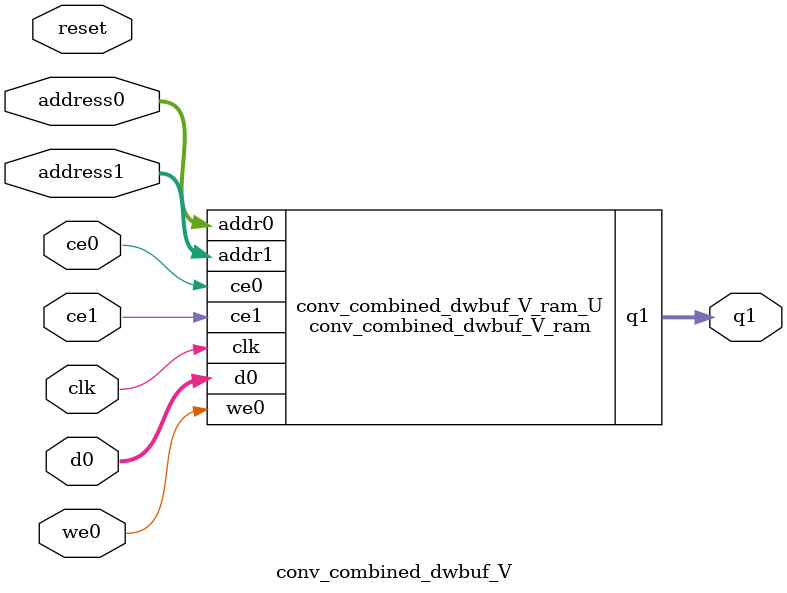
<source format=v>
`timescale 1 ns / 1 ps
module conv_combined_dwbuf_V_ram (addr0, ce0, d0, we0, addr1, ce1, q1,  clk);

parameter DWIDTH = 16;
parameter AWIDTH = 5;
parameter MEM_SIZE = 25;

input[AWIDTH-1:0] addr0;
input ce0;
input[DWIDTH-1:0] d0;
input we0;
input[AWIDTH-1:0] addr1;
input ce1;
output reg[DWIDTH-1:0] q1;
input clk;

reg [DWIDTH-1:0] ram[0:MEM_SIZE-1];




always @(posedge clk)  
begin 
    if (ce0) begin
        if (we0) 
            ram[addr0] <= d0; 
    end
end


always @(posedge clk)  
begin 
    if (ce1) begin
        q1 <= ram[addr1];
    end
end


endmodule

`timescale 1 ns / 1 ps
module conv_combined_dwbuf_V(
    reset,
    clk,
    address0,
    ce0,
    we0,
    d0,
    address1,
    ce1,
    q1);

parameter DataWidth = 32'd16;
parameter AddressRange = 32'd25;
parameter AddressWidth = 32'd5;
input reset;
input clk;
input[AddressWidth - 1:0] address0;
input ce0;
input we0;
input[DataWidth - 1:0] d0;
input[AddressWidth - 1:0] address1;
input ce1;
output[DataWidth - 1:0] q1;



conv_combined_dwbuf_V_ram conv_combined_dwbuf_V_ram_U(
    .clk( clk ),
    .addr0( address0 ),
    .ce0( ce0 ),
    .we0( we0 ),
    .d0( d0 ),
    .addr1( address1 ),
    .ce1( ce1 ),
    .q1( q1 ));

endmodule


</source>
